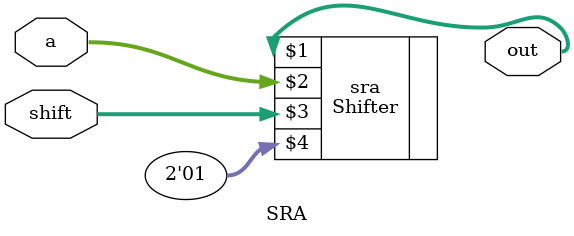
<source format=sv>
module SRA (
    input [15:0]a,
    input [3:0]shift,
    output [15:0]out
);
    
	Shifter sra(out, a, shift, 2'b01); 
	
/*     reg [15:0]stage[3:0];

    always@(*) begin
        case(shift[3])
            1'b0: stage[0] = a;
            1'b1: stage[0] = {{8{a[15]}},a[15:8]};
            default: stage[0] = a;
        endcase // shift
        case(shift[2])
            1'b0: stage[1] = stage[0];
            1'b1: stage[1] = {{4{stage[0][15]}},stage[0][15:4]};
            default: stage[1] = stage[0];
        endcase // shift
        case(shift[1])
            1'b0: stage[2] = stage[1];
            1'b1: stage[2] = {{2{stage[1][15]}},stage[1][15:2]};
            default: stage[2] = stage[1];
        endcase // shift
        case(shift[0])
            1'b0: stage[3] = stage[2];
            1'b1: stage[3] = {{1{stage[2][15]}},stage[2][15:1]};
            default: stage[3] = stage[2];
        endcase // shift
    end

    assign out = stage[3]; */
    
endmodule
</source>
